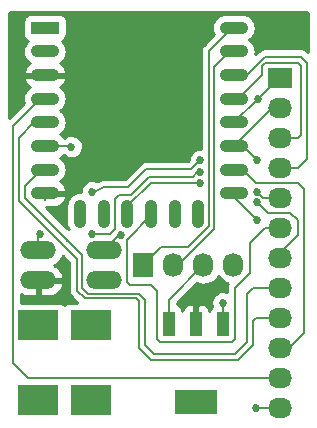
<source format=gbr>
G04 #@! TF.FileFunction,Copper,L1,Top,Signal*
%FSLAX46Y46*%
G04 Gerber Fmt 4.6, Leading zero omitted, Abs format (unit mm)*
G04 Created by KiCad (PCBNEW 4.0.2+e4-6225~38~ubuntu16.04.1-stable) date Sun 10 Jul 2016 07:48:29 PM PDT*
%MOMM*%
G01*
G04 APERTURE LIST*
%ADD10C,0.100000*%
%ADD11O,1.100000X2.400000*%
%ADD12R,2.400000X1.100000*%
%ADD13O,2.400000X1.100000*%
%ADD14R,2.032000X1.727200*%
%ADD15O,2.032000X1.727200*%
%ADD16R,3.500000X2.500000*%
%ADD17O,3.014980X1.506220*%
%ADD18R,1.727200X2.032000*%
%ADD19O,1.727200X2.032000*%
%ADD20R,3.657600X2.032000*%
%ADD21R,1.016000X2.032000*%
%ADD22C,0.685800*%
%ADD23C,0.152400*%
%ADD24C,0.254000*%
G04 APERTURE END LIST*
D10*
D11*
X151491100Y-120753600D03*
X153491100Y-120753600D03*
X155491100Y-120753600D03*
X157491100Y-120753600D03*
X159491100Y-120753600D03*
X161491100Y-120753600D03*
D12*
X148501100Y-105003600D03*
D13*
X148501100Y-107003600D03*
X148501100Y-109003600D03*
X148501100Y-111003600D03*
X148501100Y-113003600D03*
X148501100Y-115003600D03*
X148501100Y-117003600D03*
X148501100Y-119003600D03*
X164501100Y-119003600D03*
X164501100Y-117003600D03*
X164501100Y-115003600D03*
X164501100Y-113003600D03*
X164501100Y-111003600D03*
X164501100Y-109003600D03*
X164501100Y-107003600D03*
X164501100Y-105003600D03*
D14*
X168402000Y-109220000D03*
D15*
X168402000Y-111760000D03*
X168402000Y-114300000D03*
X168402000Y-116840000D03*
X168402000Y-119380000D03*
X168402000Y-121920000D03*
X168402000Y-124460000D03*
X168402000Y-127000000D03*
X168402000Y-129540000D03*
X168402000Y-132080000D03*
X168402000Y-134620000D03*
X168402000Y-137160000D03*
D16*
X152400000Y-136550000D03*
X152400000Y-130150000D03*
X147955000Y-136550000D03*
X147955000Y-130150000D03*
D17*
X153543000Y-123825000D03*
X153543000Y-126365000D03*
X147955000Y-123825000D03*
X147955000Y-126365000D03*
D18*
X156845000Y-125095000D03*
D19*
X159385000Y-125095000D03*
X161925000Y-125095000D03*
X164465000Y-125095000D03*
D20*
X161290000Y-136652000D03*
D21*
X161290000Y-130048000D03*
X159004000Y-130048000D03*
X163576000Y-130048000D03*
D22*
X166370000Y-137160000D03*
X166497000Y-121285000D03*
X163576000Y-128270000D03*
X166497000Y-116205000D03*
X161671000Y-117221000D03*
X152527000Y-122428000D03*
X148082000Y-122428000D03*
X160401000Y-128270000D03*
X149606000Y-120650000D03*
X148082000Y-128016000D03*
X161671000Y-116205000D03*
X166501850Y-111002850D03*
X152527000Y-118872000D03*
X154940000Y-122555000D03*
X161671000Y-118110000D03*
X166497000Y-118872000D03*
X166497000Y-119761000D03*
X150749000Y-115062000D03*
D23*
X168402000Y-137160000D02*
X166370000Y-137160000D01*
X164501100Y-119003600D02*
X164501100Y-119289100D01*
X164501100Y-119289100D02*
X166497000Y-121285000D01*
X164501100Y-119003600D02*
X165485600Y-119003600D01*
X164501100Y-119003600D02*
X165231600Y-119003600D01*
X164465000Y-125095000D02*
X164465000Y-124333000D01*
X163576000Y-130048000D02*
X163576000Y-128270000D01*
X154813000Y-119126000D02*
X154432000Y-119507000D01*
X154051000Y-122428000D02*
X152527000Y-122428000D01*
X154432000Y-122047000D02*
X154051000Y-122428000D01*
X154432000Y-119507000D02*
X154432000Y-122047000D01*
X166497000Y-116205000D02*
X165295600Y-115003600D01*
X161417000Y-117221000D02*
X161671000Y-117221000D01*
X161036000Y-117602000D02*
X161417000Y-117221000D01*
X157353000Y-117602000D02*
X161036000Y-117602000D01*
X155829000Y-119126000D02*
X157353000Y-117602000D01*
X154813000Y-119126000D02*
X155829000Y-119126000D01*
X165295600Y-115003600D02*
X164501100Y-115003600D01*
X147955000Y-122555000D02*
X147955000Y-123825000D01*
X148082000Y-122428000D02*
X147955000Y-122555000D01*
X164501100Y-115003600D02*
X163380400Y-115003600D01*
X168402000Y-111760000D02*
X167744700Y-111760000D01*
X167744700Y-111760000D02*
X164501100Y-115003600D01*
X147955000Y-127889000D02*
X148082000Y-128016000D01*
X147955000Y-127889000D02*
X147955000Y-126365000D01*
X148501100Y-119003600D02*
X148501100Y-119545100D01*
X148501100Y-119003600D02*
X148501100Y-119037100D01*
X154940000Y-122555000D02*
X154813000Y-122555000D01*
X155575000Y-118491000D02*
X153543000Y-118491000D01*
X157099000Y-116967000D02*
X155575000Y-118491000D01*
X160909000Y-116967000D02*
X157099000Y-116967000D01*
X161671000Y-116205000D02*
X160909000Y-116967000D01*
X152527000Y-118999000D02*
X152527000Y-118872000D01*
X153543000Y-118491000D02*
X152527000Y-118999000D01*
X154813000Y-122555000D02*
X153543000Y-123825000D01*
X168402000Y-109220000D02*
X168284700Y-109220000D01*
X168284700Y-109220000D02*
X166501850Y-111002850D01*
X166501850Y-111002850D02*
X164501100Y-113003600D01*
X167132000Y-107950000D02*
X166878000Y-108204000D01*
X169926000Y-114300000D02*
X170180000Y-114046000D01*
X170180000Y-114046000D02*
X170180000Y-108204000D01*
X170180000Y-108204000D02*
X169926000Y-107950000D01*
X169926000Y-107950000D02*
X167132000Y-107950000D01*
X168402000Y-114300000D02*
X169926000Y-114300000D01*
X166878000Y-108966000D02*
X164840400Y-111003600D01*
X166878000Y-108204000D02*
X166878000Y-108966000D01*
X164840400Y-111003600D02*
X164501100Y-111003600D01*
X170180000Y-107442000D02*
X167132000Y-107442000D01*
X167132000Y-107442000D02*
X165570400Y-109003600D01*
X165570400Y-109003600D02*
X164501100Y-109003600D01*
X168910000Y-116840000D02*
X169926000Y-116840000D01*
X169926000Y-116840000D02*
X170688000Y-116078000D01*
X170688000Y-107950000D02*
X170180000Y-107442000D01*
X170688000Y-116078000D02*
X170688000Y-107950000D01*
X168910000Y-116840000D02*
X169164000Y-116840000D01*
X165316400Y-109003600D02*
X164501100Y-109003600D01*
X165518600Y-109003600D02*
X164501100Y-109003600D01*
X168402000Y-119380000D02*
X167005000Y-119380000D01*
X157480000Y-118110000D02*
X155491100Y-120098900D01*
X161671000Y-118110000D02*
X157480000Y-118110000D01*
X167005000Y-119380000D02*
X166497000Y-118872000D01*
X155491100Y-120098900D02*
X155491100Y-120753600D01*
X168402000Y-119380000D02*
X168275000Y-119380000D01*
X155491100Y-121368900D02*
X155491100Y-120753600D01*
X155491100Y-120352900D02*
X155491100Y-119931100D01*
X157480000Y-126746000D02*
X157988000Y-127254000D01*
X155448000Y-123952000D02*
X155448000Y-122936000D01*
X155448000Y-122936000D02*
X157491100Y-120892900D01*
X157491100Y-120892900D02*
X157491100Y-120753600D01*
X158242000Y-131572000D02*
X157988000Y-131318000D01*
X157988000Y-131318000D02*
X157988000Y-127254000D01*
X165862000Y-123190000D02*
X165862000Y-125730000D01*
X165862000Y-125730000D02*
X164592000Y-127000000D01*
X164592000Y-127000000D02*
X164592000Y-131064000D01*
X164592000Y-131064000D02*
X164592000Y-131318000D01*
X164592000Y-131318000D02*
X164338000Y-131572000D01*
X164338000Y-131572000D02*
X158242000Y-131572000D01*
X168910000Y-121920000D02*
X167132000Y-121920000D01*
X167132000Y-121920000D02*
X165862000Y-123190000D01*
X155448000Y-126492000D02*
X155448000Y-123952000D01*
X155702000Y-126746000D02*
X155448000Y-126492000D01*
X157480000Y-126746000D02*
X155702000Y-126746000D01*
X169926000Y-122555000D02*
X169926000Y-121285000D01*
X169926000Y-121285000D02*
X169291000Y-120650000D01*
X169291000Y-120650000D02*
X167386000Y-120650000D01*
X167386000Y-120650000D02*
X166497000Y-119761000D01*
X168402000Y-124079000D02*
X169926000Y-122555000D01*
X150690600Y-115003600D02*
X148501100Y-115003600D01*
X150749000Y-115062000D02*
X150690600Y-115003600D01*
X168402000Y-124460000D02*
X168402000Y-124079000D01*
X149547600Y-115003600D02*
X148501100Y-115003600D01*
X156718000Y-127762000D02*
X156464000Y-127508000D01*
X151638000Y-124206000D02*
X150368000Y-122936000D01*
X151638000Y-127000000D02*
X151638000Y-124206000D01*
X152146000Y-127508000D02*
X151638000Y-127000000D01*
X156464000Y-127508000D02*
X152146000Y-127508000D01*
X150368000Y-122936000D02*
X150368000Y-123063000D01*
X148336000Y-120904000D02*
X149860000Y-122428000D01*
X148336000Y-120904000D02*
X146812000Y-119380000D01*
X146812000Y-119380000D02*
X146812000Y-118364000D01*
X146812000Y-118364000D02*
X148172400Y-117003600D01*
X150368000Y-122936000D02*
X149860000Y-122428000D01*
X158242000Y-132588000D02*
X157734000Y-132588000D01*
X157734000Y-132588000D02*
X156972000Y-131826000D01*
X156972000Y-131826000D02*
X156972000Y-128016000D01*
X156972000Y-128016000D02*
X156718000Y-127762000D01*
X150368000Y-123063000D02*
X150368000Y-122936000D01*
X167132000Y-127000000D02*
X166116000Y-127000000D01*
X168910000Y-127000000D02*
X167132000Y-127000000D01*
X164592000Y-132588000D02*
X158242000Y-132588000D01*
X165608000Y-131572000D02*
X164592000Y-132588000D01*
X165608000Y-127508000D02*
X165608000Y-131572000D01*
X166116000Y-127000000D02*
X165608000Y-127508000D01*
X148172400Y-117003600D02*
X148501100Y-117003600D01*
X156464000Y-128524000D02*
X156464000Y-128143000D01*
X151257000Y-124587000D02*
X149860000Y-123190000D01*
X151257000Y-127254000D02*
X151257000Y-124587000D01*
X151892000Y-127889000D02*
X151257000Y-127254000D01*
X156210000Y-127889000D02*
X151892000Y-127889000D01*
X156464000Y-128143000D02*
X156210000Y-127889000D01*
X158242000Y-133096000D02*
X157480000Y-133096000D01*
X166370000Y-129540000D02*
X166116000Y-129794000D01*
X166116000Y-129794000D02*
X166116000Y-131826000D01*
X166116000Y-131826000D02*
X164846000Y-133096000D01*
X164846000Y-133096000D02*
X158242000Y-133096000D01*
X168910000Y-129540000D02*
X167132000Y-129540000D01*
X167132000Y-129540000D02*
X166370000Y-129540000D01*
X146304000Y-114300000D02*
X147600400Y-113003600D01*
X149860000Y-123190000D02*
X146304000Y-119634000D01*
X146304000Y-119634000D02*
X146304000Y-114300000D01*
X156464000Y-132080000D02*
X156464000Y-128524000D01*
X157480000Y-133096000D02*
X156464000Y-132080000D01*
X147600400Y-113003600D02*
X148501100Y-113003600D01*
X168910000Y-132080000D02*
X169164000Y-132080000D01*
X169164000Y-132080000D02*
X170434000Y-130810000D01*
X166370000Y-118110000D02*
X165263600Y-117003600D01*
X169926000Y-118110000D02*
X166370000Y-118110000D01*
X170434000Y-118618000D02*
X169926000Y-118110000D01*
X170434000Y-130810000D02*
X170434000Y-118618000D01*
X165263600Y-117003600D02*
X164501100Y-117003600D01*
X165608000Y-134620000D02*
X147066000Y-134620000D01*
X145796000Y-133350000D02*
X145796000Y-133096000D01*
X147066000Y-134620000D02*
X145796000Y-133350000D01*
X168910000Y-134620000D02*
X167132000Y-134620000D01*
X167132000Y-134620000D02*
X165608000Y-134620000D01*
X145796000Y-113284000D02*
X148076400Y-111003600D01*
X145796000Y-133096000D02*
X145796000Y-113284000D01*
X148076400Y-111003600D02*
X148501100Y-111003600D01*
X158369000Y-123571000D02*
X156845000Y-125095000D01*
X164501100Y-105003600D02*
X164363400Y-105003600D01*
X164363400Y-105003600D02*
X162433000Y-106934000D01*
X162433000Y-106934000D02*
X162433000Y-121793000D01*
X162433000Y-121793000D02*
X160655000Y-123571000D01*
X160655000Y-123571000D02*
X158369000Y-123571000D01*
X156845000Y-125095000D02*
X157353000Y-125095000D01*
X162814000Y-119380000D02*
X162814000Y-122047000D01*
X164501100Y-107003600D02*
X164141400Y-107003600D01*
X164141400Y-107003600D02*
X162814000Y-108331000D01*
X162814000Y-108331000D02*
X162814000Y-119380000D01*
X162814000Y-122047000D02*
X159766000Y-125095000D01*
X159766000Y-125095000D02*
X159385000Y-125095000D01*
X159004000Y-130048000D02*
X159004000Y-128016000D01*
X159004000Y-128016000D02*
X161925000Y-125095000D01*
D24*
G36*
X163216784Y-126084701D02*
X163401637Y-126311353D01*
X163626994Y-126497784D01*
X163884269Y-126636892D01*
X163969416Y-126663249D01*
X163938311Y-126719829D01*
X163937181Y-126723392D01*
X163935413Y-126726689D01*
X163916208Y-126789504D01*
X163896341Y-126852133D01*
X163895924Y-126855851D01*
X163894831Y-126859426D01*
X163888193Y-126924772D01*
X163880869Y-126990070D01*
X163880818Y-126997377D01*
X163880804Y-126997517D01*
X163880816Y-126997648D01*
X163880800Y-127000000D01*
X163880800Y-127337294D01*
X163866572Y-127331313D01*
X163678713Y-127292751D01*
X163486942Y-127291412D01*
X163298562Y-127327347D01*
X163120750Y-127399188D01*
X162960279Y-127504198D01*
X162823260Y-127638376D01*
X162714913Y-127796613D01*
X162639364Y-127972882D01*
X162599492Y-128160467D01*
X162596814Y-128352225D01*
X162631433Y-128540850D01*
X162639404Y-128560983D01*
X162528975Y-128690550D01*
X162455190Y-128854237D01*
X162433000Y-129010383D01*
X162433000Y-128969458D01*
X162408597Y-128846777D01*
X162360730Y-128731215D01*
X162291237Y-128627211D01*
X162202789Y-128538763D01*
X162098785Y-128469270D01*
X161983223Y-128421403D01*
X161860542Y-128397000D01*
X161575750Y-128397000D01*
X161417000Y-128555750D01*
X161417000Y-129921000D01*
X161437000Y-129921000D01*
X161437000Y-130175000D01*
X161417000Y-130175000D01*
X161417000Y-130195000D01*
X161163000Y-130195000D01*
X161163000Y-130175000D01*
X161143000Y-130175000D01*
X161143000Y-129921000D01*
X161163000Y-129921000D01*
X161163000Y-128555750D01*
X161004250Y-128397000D01*
X160719458Y-128397000D01*
X160596777Y-128421403D01*
X160481215Y-128469270D01*
X160377211Y-128538763D01*
X160288763Y-128627211D01*
X160219270Y-128731215D01*
X160171403Y-128846777D01*
X160147000Y-128969458D01*
X160147000Y-128993478D01*
X160142008Y-128930879D01*
X160088894Y-128759366D01*
X159990100Y-128609441D01*
X159853450Y-128492975D01*
X159715200Y-128430656D01*
X159715200Y-128310588D01*
X161378347Y-126647441D01*
X161623665Y-126723379D01*
X161914538Y-126753951D01*
X162205810Y-126727444D01*
X162486385Y-126644866D01*
X162745578Y-126509363D01*
X162973515Y-126326097D01*
X163161515Y-126102048D01*
X163194299Y-126042413D01*
X163216784Y-126084701D01*
X163216784Y-126084701D01*
G37*
X163216784Y-126084701D02*
X163401637Y-126311353D01*
X163626994Y-126497784D01*
X163884269Y-126636892D01*
X163969416Y-126663249D01*
X163938311Y-126719829D01*
X163937181Y-126723392D01*
X163935413Y-126726689D01*
X163916208Y-126789504D01*
X163896341Y-126852133D01*
X163895924Y-126855851D01*
X163894831Y-126859426D01*
X163888193Y-126924772D01*
X163880869Y-126990070D01*
X163880818Y-126997377D01*
X163880804Y-126997517D01*
X163880816Y-126997648D01*
X163880800Y-127000000D01*
X163880800Y-127337294D01*
X163866572Y-127331313D01*
X163678713Y-127292751D01*
X163486942Y-127291412D01*
X163298562Y-127327347D01*
X163120750Y-127399188D01*
X162960279Y-127504198D01*
X162823260Y-127638376D01*
X162714913Y-127796613D01*
X162639364Y-127972882D01*
X162599492Y-128160467D01*
X162596814Y-128352225D01*
X162631433Y-128540850D01*
X162639404Y-128560983D01*
X162528975Y-128690550D01*
X162455190Y-128854237D01*
X162433000Y-129010383D01*
X162433000Y-128969458D01*
X162408597Y-128846777D01*
X162360730Y-128731215D01*
X162291237Y-128627211D01*
X162202789Y-128538763D01*
X162098785Y-128469270D01*
X161983223Y-128421403D01*
X161860542Y-128397000D01*
X161575750Y-128397000D01*
X161417000Y-128555750D01*
X161417000Y-129921000D01*
X161437000Y-129921000D01*
X161437000Y-130175000D01*
X161417000Y-130175000D01*
X161417000Y-130195000D01*
X161163000Y-130195000D01*
X161163000Y-130175000D01*
X161143000Y-130175000D01*
X161143000Y-129921000D01*
X161163000Y-129921000D01*
X161163000Y-128555750D01*
X161004250Y-128397000D01*
X160719458Y-128397000D01*
X160596777Y-128421403D01*
X160481215Y-128469270D01*
X160377211Y-128538763D01*
X160288763Y-128627211D01*
X160219270Y-128731215D01*
X160171403Y-128846777D01*
X160147000Y-128969458D01*
X160147000Y-128993478D01*
X160142008Y-128930879D01*
X160088894Y-128759366D01*
X159990100Y-128609441D01*
X159853450Y-128492975D01*
X159715200Y-128430656D01*
X159715200Y-128310588D01*
X161378347Y-126647441D01*
X161623665Y-126723379D01*
X161914538Y-126753951D01*
X162205810Y-126727444D01*
X162486385Y-126644866D01*
X162745578Y-126509363D01*
X162973515Y-126326097D01*
X163161515Y-126102048D01*
X163194299Y-126042413D01*
X163216784Y-126084701D01*
G36*
X150545800Y-124881589D02*
X150545800Y-127254000D01*
X150552207Y-127319346D01*
X150557936Y-127384826D01*
X150558980Y-127388421D01*
X150559345Y-127392139D01*
X150578321Y-127454990D01*
X150596661Y-127518117D01*
X150598382Y-127521438D01*
X150599463Y-127525017D01*
X150630299Y-127583012D01*
X150660537Y-127641347D01*
X150662870Y-127644270D01*
X150664626Y-127647572D01*
X150706151Y-127698487D01*
X150747133Y-127749824D01*
X150752262Y-127755024D01*
X150752353Y-127755136D01*
X150752457Y-127755222D01*
X150754106Y-127756894D01*
X151259139Y-128261928D01*
X150650000Y-128261928D01*
X150548879Y-128269992D01*
X150377366Y-128323106D01*
X150227441Y-128421900D01*
X150181364Y-128475962D01*
X150046450Y-128360975D01*
X149882763Y-128287190D01*
X149705000Y-128261928D01*
X146507200Y-128261928D01*
X146507200Y-127569305D01*
X146552080Y-127598845D01*
X146805253Y-127701661D01*
X147073620Y-127753110D01*
X147828000Y-127753110D01*
X147828000Y-126492000D01*
X148082000Y-126492000D01*
X148082000Y-127753110D01*
X148836380Y-127753110D01*
X149104747Y-127701661D01*
X149357920Y-127598845D01*
X149586170Y-127448613D01*
X149780725Y-127256738D01*
X149934109Y-127030594D01*
X150040427Y-126778872D01*
X150054783Y-126706674D01*
X149932162Y-126492000D01*
X148082000Y-126492000D01*
X147828000Y-126492000D01*
X147808000Y-126492000D01*
X147808000Y-126238000D01*
X147828000Y-126238000D01*
X147828000Y-126218000D01*
X148082000Y-126218000D01*
X148082000Y-126238000D01*
X149932162Y-126238000D01*
X150054783Y-126023326D01*
X150040427Y-125951128D01*
X149934109Y-125699406D01*
X149780725Y-125473262D01*
X149586170Y-125281387D01*
X149357920Y-125131155D01*
X149271711Y-125096145D01*
X149487915Y-124981186D01*
X149697857Y-124809962D01*
X149870542Y-124601221D01*
X149999394Y-124362914D01*
X150005949Y-124341738D01*
X150545800Y-124881589D01*
X150545800Y-124881589D01*
G37*
X150545800Y-124881589D02*
X150545800Y-127254000D01*
X150552207Y-127319346D01*
X150557936Y-127384826D01*
X150558980Y-127388421D01*
X150559345Y-127392139D01*
X150578321Y-127454990D01*
X150596661Y-127518117D01*
X150598382Y-127521438D01*
X150599463Y-127525017D01*
X150630299Y-127583012D01*
X150660537Y-127641347D01*
X150662870Y-127644270D01*
X150664626Y-127647572D01*
X150706151Y-127698487D01*
X150747133Y-127749824D01*
X150752262Y-127755024D01*
X150752353Y-127755136D01*
X150752457Y-127755222D01*
X150754106Y-127756894D01*
X151259139Y-128261928D01*
X150650000Y-128261928D01*
X150548879Y-128269992D01*
X150377366Y-128323106D01*
X150227441Y-128421900D01*
X150181364Y-128475962D01*
X150046450Y-128360975D01*
X149882763Y-128287190D01*
X149705000Y-128261928D01*
X146507200Y-128261928D01*
X146507200Y-127569305D01*
X146552080Y-127598845D01*
X146805253Y-127701661D01*
X147073620Y-127753110D01*
X147828000Y-127753110D01*
X147828000Y-126492000D01*
X148082000Y-126492000D01*
X148082000Y-127753110D01*
X148836380Y-127753110D01*
X149104747Y-127701661D01*
X149357920Y-127598845D01*
X149586170Y-127448613D01*
X149780725Y-127256738D01*
X149934109Y-127030594D01*
X150040427Y-126778872D01*
X150054783Y-126706674D01*
X149932162Y-126492000D01*
X148082000Y-126492000D01*
X147828000Y-126492000D01*
X147808000Y-126492000D01*
X147808000Y-126238000D01*
X147828000Y-126238000D01*
X147828000Y-126218000D01*
X148082000Y-126218000D01*
X148082000Y-126238000D01*
X149932162Y-126238000D01*
X150054783Y-126023326D01*
X150040427Y-125951128D01*
X149934109Y-125699406D01*
X149780725Y-125473262D01*
X149586170Y-125281387D01*
X149357920Y-125131155D01*
X149271711Y-125096145D01*
X149487915Y-124981186D01*
X149697857Y-124809962D01*
X149870542Y-124601221D01*
X149999394Y-124362914D01*
X150005949Y-124341738D01*
X150545800Y-124881589D01*
G36*
X170693028Y-103667381D02*
X170707714Y-103699961D01*
X170730895Y-103727160D01*
X170760736Y-103746823D01*
X170765000Y-103748144D01*
X170765000Y-107021212D01*
X170682894Y-106939106D01*
X170632172Y-106897442D01*
X170581805Y-106855179D01*
X170578526Y-106853377D01*
X170575638Y-106851004D01*
X170517742Y-106819960D01*
X170460171Y-106788311D01*
X170456608Y-106787181D01*
X170453311Y-106785413D01*
X170390496Y-106766208D01*
X170327867Y-106746341D01*
X170324149Y-106745924D01*
X170320574Y-106744831D01*
X170255228Y-106738193D01*
X170189930Y-106730869D01*
X170182623Y-106730818D01*
X170182483Y-106730804D01*
X170182352Y-106730816D01*
X170180000Y-106730800D01*
X167132000Y-106730800D01*
X167066654Y-106737207D01*
X167001174Y-106742936D01*
X166997579Y-106743980D01*
X166993861Y-106744345D01*
X166931010Y-106763321D01*
X166867883Y-106781661D01*
X166864562Y-106783382D01*
X166860983Y-106784463D01*
X166802988Y-106815299D01*
X166744653Y-106845537D01*
X166741730Y-106847870D01*
X166738428Y-106849626D01*
X166687513Y-106891151D01*
X166636176Y-106932133D01*
X166630976Y-106937262D01*
X166630864Y-106937353D01*
X166630778Y-106937457D01*
X166629106Y-106939106D01*
X166318284Y-107249928D01*
X166320776Y-107241877D01*
X166344950Y-107011873D01*
X166323989Y-106781553D01*
X166258692Y-106559691D01*
X166151545Y-106354738D01*
X166006629Y-106174499D01*
X165829465Y-106025841D01*
X165790146Y-106004225D01*
X165815748Y-105990612D01*
X165994971Y-105844441D01*
X166142389Y-105666244D01*
X166252387Y-105462806D01*
X166320776Y-105241877D01*
X166344950Y-105011873D01*
X166323989Y-104781553D01*
X166258692Y-104559691D01*
X166151545Y-104354738D01*
X166006629Y-104174499D01*
X165829465Y-104025841D01*
X165626800Y-103914425D01*
X165406354Y-103844495D01*
X165176524Y-103818716D01*
X165159979Y-103818600D01*
X163842221Y-103818600D01*
X163612053Y-103841168D01*
X163390653Y-103908013D01*
X163186452Y-104016588D01*
X163007229Y-104162759D01*
X162859811Y-104340956D01*
X162749813Y-104544394D01*
X162681424Y-104765323D01*
X162657250Y-104995327D01*
X162678211Y-105225647D01*
X162743508Y-105447509D01*
X162801938Y-105559274D01*
X161930106Y-106431106D01*
X161888442Y-106481828D01*
X161846179Y-106532195D01*
X161844377Y-106535474D01*
X161842004Y-106538362D01*
X161810960Y-106596258D01*
X161779311Y-106653829D01*
X161778181Y-106657392D01*
X161776413Y-106660689D01*
X161757208Y-106723504D01*
X161737341Y-106786133D01*
X161736924Y-106789851D01*
X161735831Y-106793426D01*
X161729193Y-106858772D01*
X161721869Y-106924070D01*
X161721818Y-106931377D01*
X161721804Y-106931517D01*
X161721816Y-106931648D01*
X161721800Y-106934000D01*
X161721800Y-115227389D01*
X161581942Y-115226412D01*
X161393562Y-115262347D01*
X161215750Y-115334188D01*
X161055279Y-115439198D01*
X160918260Y-115573376D01*
X160809913Y-115731613D01*
X160734364Y-115907882D01*
X160694492Y-116095467D01*
X160693355Y-116176856D01*
X160614412Y-116255800D01*
X157099000Y-116255800D01*
X157033654Y-116262207D01*
X156968174Y-116267936D01*
X156964579Y-116268980D01*
X156960861Y-116269345D01*
X156897963Y-116288335D01*
X156834883Y-116306662D01*
X156831566Y-116308381D01*
X156827983Y-116309463D01*
X156769973Y-116340307D01*
X156711652Y-116370537D01*
X156708727Y-116372872D01*
X156705428Y-116374626D01*
X156654535Y-116416134D01*
X156603176Y-116457133D01*
X156597972Y-116462265D01*
X156597864Y-116462353D01*
X156597781Y-116462453D01*
X156596105Y-116464106D01*
X155280412Y-117779800D01*
X153543000Y-117779800D01*
X153522172Y-117781842D01*
X153501254Y-117781026D01*
X153453226Y-117788603D01*
X153404861Y-117793345D01*
X153384831Y-117799392D01*
X153364149Y-117802655D01*
X153318505Y-117819417D01*
X153271983Y-117833463D01*
X153253505Y-117843288D01*
X153233855Y-117850504D01*
X153224942Y-117854883D01*
X152953666Y-117990521D01*
X152817572Y-117933313D01*
X152629713Y-117894751D01*
X152437942Y-117893412D01*
X152249562Y-117929347D01*
X152071750Y-118001188D01*
X151911279Y-118106198D01*
X151774260Y-118240376D01*
X151665913Y-118398613D01*
X151590364Y-118574882D01*
X151550492Y-118762467D01*
X151548363Y-118914899D01*
X151499373Y-118909750D01*
X151269053Y-118930711D01*
X151047191Y-118996008D01*
X150842238Y-119103155D01*
X150661999Y-119248071D01*
X150513341Y-119425235D01*
X150401925Y-119627900D01*
X150331995Y-119848346D01*
X150306216Y-120078176D01*
X150306100Y-120094721D01*
X150306100Y-121412479D01*
X150328668Y-121642647D01*
X150395513Y-121864047D01*
X150501876Y-122064088D01*
X150362965Y-121925177D01*
X150362894Y-121925105D01*
X148838965Y-120401177D01*
X148838894Y-120401105D01*
X148626389Y-120188600D01*
X149278100Y-120188600D01*
X149506842Y-120141054D01*
X149721913Y-120049796D01*
X149915048Y-119918334D01*
X150078825Y-119751719D01*
X150206950Y-119556354D01*
X150294499Y-119339747D01*
X150294903Y-119313344D01*
X150169461Y-119130600D01*
X148628100Y-119130600D01*
X148628100Y-119150600D01*
X148374100Y-119150600D01*
X148374100Y-119130600D01*
X148354100Y-119130600D01*
X148354100Y-118876600D01*
X148374100Y-118876600D01*
X148374100Y-118856600D01*
X148628100Y-118856600D01*
X148628100Y-118876600D01*
X150169461Y-118876600D01*
X150294903Y-118693856D01*
X150294499Y-118667453D01*
X150206950Y-118450846D01*
X150078825Y-118255481D01*
X149915048Y-118088866D01*
X149790456Y-118004060D01*
X149815748Y-117990612D01*
X149994971Y-117844441D01*
X150142389Y-117666244D01*
X150252387Y-117462806D01*
X150320776Y-117241877D01*
X150344950Y-117011873D01*
X150323989Y-116781553D01*
X150258692Y-116559691D01*
X150151545Y-116354738D01*
X150006629Y-116174499D01*
X149829465Y-116025841D01*
X149790146Y-116004225D01*
X149815748Y-115990612D01*
X149994971Y-115844441D01*
X150064238Y-115760712D01*
X150112137Y-115810312D01*
X150269613Y-115919761D01*
X150445350Y-115996539D01*
X150632652Y-116037720D01*
X150824387Y-116041736D01*
X151013249Y-116008434D01*
X151192047Y-115939083D01*
X151353969Y-115836325D01*
X151492848Y-115704072D01*
X151603394Y-115547363D01*
X151681396Y-115372167D01*
X151723884Y-115185156D01*
X151726942Y-114966112D01*
X151689693Y-114777988D01*
X151616613Y-114600682D01*
X151510485Y-114440948D01*
X151375353Y-114304869D01*
X151216364Y-114197629D01*
X151039572Y-114123313D01*
X150851713Y-114084751D01*
X150659942Y-114083412D01*
X150471562Y-114119347D01*
X150293750Y-114191188D01*
X150139083Y-114292400D01*
X150101424Y-114292400D01*
X150006629Y-114174499D01*
X149829465Y-114025841D01*
X149790146Y-114004225D01*
X149815748Y-113990612D01*
X149994971Y-113844441D01*
X150142389Y-113666244D01*
X150252387Y-113462806D01*
X150320776Y-113241877D01*
X150344950Y-113011873D01*
X150323989Y-112781553D01*
X150258692Y-112559691D01*
X150151545Y-112354738D01*
X150006629Y-112174499D01*
X149829465Y-112025841D01*
X149790146Y-112004225D01*
X149815748Y-111990612D01*
X149994971Y-111844441D01*
X150142389Y-111666244D01*
X150252387Y-111462806D01*
X150320776Y-111241877D01*
X150344950Y-111011873D01*
X150323989Y-110781553D01*
X150258692Y-110559691D01*
X150151545Y-110354738D01*
X150006629Y-110174499D01*
X149829465Y-110025841D01*
X149789436Y-110003835D01*
X149915048Y-109918334D01*
X150078825Y-109751719D01*
X150206950Y-109556354D01*
X150294499Y-109339747D01*
X150294903Y-109313344D01*
X150169461Y-109130600D01*
X148628100Y-109130600D01*
X148628100Y-109150600D01*
X148374100Y-109150600D01*
X148374100Y-109130600D01*
X146832739Y-109130600D01*
X146707297Y-109313344D01*
X146707701Y-109339747D01*
X146795250Y-109556354D01*
X146923375Y-109751719D01*
X147087152Y-109918334D01*
X147211744Y-110003140D01*
X147186452Y-110016588D01*
X147007229Y-110162759D01*
X146859811Y-110340956D01*
X146749813Y-110544394D01*
X146681424Y-110765323D01*
X146657250Y-110995327D01*
X146678211Y-111225647D01*
X146716948Y-111357264D01*
X145465000Y-112609212D01*
X145465000Y-106995327D01*
X146657250Y-106995327D01*
X146678211Y-107225647D01*
X146743508Y-107447509D01*
X146850655Y-107652462D01*
X146995571Y-107832701D01*
X147172735Y-107981359D01*
X147212764Y-108003365D01*
X147087152Y-108088866D01*
X146923375Y-108255481D01*
X146795250Y-108450846D01*
X146707701Y-108667453D01*
X146707297Y-108693856D01*
X146832739Y-108876600D01*
X148374100Y-108876600D01*
X148374100Y-108856600D01*
X148628100Y-108856600D01*
X148628100Y-108876600D01*
X150169461Y-108876600D01*
X150294903Y-108693856D01*
X150294499Y-108667453D01*
X150206950Y-108450846D01*
X150078825Y-108255481D01*
X149915048Y-108088866D01*
X149790456Y-108004060D01*
X149815748Y-107990612D01*
X149994971Y-107844441D01*
X150142389Y-107666244D01*
X150252387Y-107462806D01*
X150320776Y-107241877D01*
X150344950Y-107011873D01*
X150323989Y-106781553D01*
X150258692Y-106559691D01*
X150151545Y-106354738D01*
X150006629Y-106174499D01*
X149959455Y-106134916D01*
X149973734Y-106130494D01*
X150123659Y-106031700D01*
X150240125Y-105895050D01*
X150313910Y-105731363D01*
X150339172Y-105553600D01*
X150339172Y-104453600D01*
X150331108Y-104352479D01*
X150277994Y-104180966D01*
X150179200Y-104031041D01*
X150042550Y-103914575D01*
X149878863Y-103840790D01*
X149701100Y-103815528D01*
X147301100Y-103815528D01*
X147199979Y-103823592D01*
X147028466Y-103876706D01*
X146878541Y-103975500D01*
X146762075Y-104112150D01*
X146688290Y-104275837D01*
X146663028Y-104453600D01*
X146663028Y-105553600D01*
X146671092Y-105654721D01*
X146724206Y-105826234D01*
X146823000Y-105976159D01*
X146959650Y-106092625D01*
X147045676Y-106131403D01*
X147007229Y-106162759D01*
X146859811Y-106340956D01*
X146749813Y-106544394D01*
X146681424Y-106765323D01*
X146657250Y-106995327D01*
X145465000Y-106995327D01*
X145465000Y-103747382D01*
X145482961Y-103739286D01*
X145510160Y-103716105D01*
X145529823Y-103686264D01*
X145540395Y-103652127D01*
X145542000Y-103632000D01*
X170688000Y-103632000D01*
X170693028Y-103667381D01*
X170693028Y-103667381D01*
G37*
X170693028Y-103667381D02*
X170707714Y-103699961D01*
X170730895Y-103727160D01*
X170760736Y-103746823D01*
X170765000Y-103748144D01*
X170765000Y-107021212D01*
X170682894Y-106939106D01*
X170632172Y-106897442D01*
X170581805Y-106855179D01*
X170578526Y-106853377D01*
X170575638Y-106851004D01*
X170517742Y-106819960D01*
X170460171Y-106788311D01*
X170456608Y-106787181D01*
X170453311Y-106785413D01*
X170390496Y-106766208D01*
X170327867Y-106746341D01*
X170324149Y-106745924D01*
X170320574Y-106744831D01*
X170255228Y-106738193D01*
X170189930Y-106730869D01*
X170182623Y-106730818D01*
X170182483Y-106730804D01*
X170182352Y-106730816D01*
X170180000Y-106730800D01*
X167132000Y-106730800D01*
X167066654Y-106737207D01*
X167001174Y-106742936D01*
X166997579Y-106743980D01*
X166993861Y-106744345D01*
X166931010Y-106763321D01*
X166867883Y-106781661D01*
X166864562Y-106783382D01*
X166860983Y-106784463D01*
X166802988Y-106815299D01*
X166744653Y-106845537D01*
X166741730Y-106847870D01*
X166738428Y-106849626D01*
X166687513Y-106891151D01*
X166636176Y-106932133D01*
X166630976Y-106937262D01*
X166630864Y-106937353D01*
X166630778Y-106937457D01*
X166629106Y-106939106D01*
X166318284Y-107249928D01*
X166320776Y-107241877D01*
X166344950Y-107011873D01*
X166323989Y-106781553D01*
X166258692Y-106559691D01*
X166151545Y-106354738D01*
X166006629Y-106174499D01*
X165829465Y-106025841D01*
X165790146Y-106004225D01*
X165815748Y-105990612D01*
X165994971Y-105844441D01*
X166142389Y-105666244D01*
X166252387Y-105462806D01*
X166320776Y-105241877D01*
X166344950Y-105011873D01*
X166323989Y-104781553D01*
X166258692Y-104559691D01*
X166151545Y-104354738D01*
X166006629Y-104174499D01*
X165829465Y-104025841D01*
X165626800Y-103914425D01*
X165406354Y-103844495D01*
X165176524Y-103818716D01*
X165159979Y-103818600D01*
X163842221Y-103818600D01*
X163612053Y-103841168D01*
X163390653Y-103908013D01*
X163186452Y-104016588D01*
X163007229Y-104162759D01*
X162859811Y-104340956D01*
X162749813Y-104544394D01*
X162681424Y-104765323D01*
X162657250Y-104995327D01*
X162678211Y-105225647D01*
X162743508Y-105447509D01*
X162801938Y-105559274D01*
X161930106Y-106431106D01*
X161888442Y-106481828D01*
X161846179Y-106532195D01*
X161844377Y-106535474D01*
X161842004Y-106538362D01*
X161810960Y-106596258D01*
X161779311Y-106653829D01*
X161778181Y-106657392D01*
X161776413Y-106660689D01*
X161757208Y-106723504D01*
X161737341Y-106786133D01*
X161736924Y-106789851D01*
X161735831Y-106793426D01*
X161729193Y-106858772D01*
X161721869Y-106924070D01*
X161721818Y-106931377D01*
X161721804Y-106931517D01*
X161721816Y-106931648D01*
X161721800Y-106934000D01*
X161721800Y-115227389D01*
X161581942Y-115226412D01*
X161393562Y-115262347D01*
X161215750Y-115334188D01*
X161055279Y-115439198D01*
X160918260Y-115573376D01*
X160809913Y-115731613D01*
X160734364Y-115907882D01*
X160694492Y-116095467D01*
X160693355Y-116176856D01*
X160614412Y-116255800D01*
X157099000Y-116255800D01*
X157033654Y-116262207D01*
X156968174Y-116267936D01*
X156964579Y-116268980D01*
X156960861Y-116269345D01*
X156897963Y-116288335D01*
X156834883Y-116306662D01*
X156831566Y-116308381D01*
X156827983Y-116309463D01*
X156769973Y-116340307D01*
X156711652Y-116370537D01*
X156708727Y-116372872D01*
X156705428Y-116374626D01*
X156654535Y-116416134D01*
X156603176Y-116457133D01*
X156597972Y-116462265D01*
X156597864Y-116462353D01*
X156597781Y-116462453D01*
X156596105Y-116464106D01*
X155280412Y-117779800D01*
X153543000Y-117779800D01*
X153522172Y-117781842D01*
X153501254Y-117781026D01*
X153453226Y-117788603D01*
X153404861Y-117793345D01*
X153384831Y-117799392D01*
X153364149Y-117802655D01*
X153318505Y-117819417D01*
X153271983Y-117833463D01*
X153253505Y-117843288D01*
X153233855Y-117850504D01*
X153224942Y-117854883D01*
X152953666Y-117990521D01*
X152817572Y-117933313D01*
X152629713Y-117894751D01*
X152437942Y-117893412D01*
X152249562Y-117929347D01*
X152071750Y-118001188D01*
X151911279Y-118106198D01*
X151774260Y-118240376D01*
X151665913Y-118398613D01*
X151590364Y-118574882D01*
X151550492Y-118762467D01*
X151548363Y-118914899D01*
X151499373Y-118909750D01*
X151269053Y-118930711D01*
X151047191Y-118996008D01*
X150842238Y-119103155D01*
X150661999Y-119248071D01*
X150513341Y-119425235D01*
X150401925Y-119627900D01*
X150331995Y-119848346D01*
X150306216Y-120078176D01*
X150306100Y-120094721D01*
X150306100Y-121412479D01*
X150328668Y-121642647D01*
X150395513Y-121864047D01*
X150501876Y-122064088D01*
X150362965Y-121925177D01*
X150362894Y-121925105D01*
X148838965Y-120401177D01*
X148838894Y-120401105D01*
X148626389Y-120188600D01*
X149278100Y-120188600D01*
X149506842Y-120141054D01*
X149721913Y-120049796D01*
X149915048Y-119918334D01*
X150078825Y-119751719D01*
X150206950Y-119556354D01*
X150294499Y-119339747D01*
X150294903Y-119313344D01*
X150169461Y-119130600D01*
X148628100Y-119130600D01*
X148628100Y-119150600D01*
X148374100Y-119150600D01*
X148374100Y-119130600D01*
X148354100Y-119130600D01*
X148354100Y-118876600D01*
X148374100Y-118876600D01*
X148374100Y-118856600D01*
X148628100Y-118856600D01*
X148628100Y-118876600D01*
X150169461Y-118876600D01*
X150294903Y-118693856D01*
X150294499Y-118667453D01*
X150206950Y-118450846D01*
X150078825Y-118255481D01*
X149915048Y-118088866D01*
X149790456Y-118004060D01*
X149815748Y-117990612D01*
X149994971Y-117844441D01*
X150142389Y-117666244D01*
X150252387Y-117462806D01*
X150320776Y-117241877D01*
X150344950Y-117011873D01*
X150323989Y-116781553D01*
X150258692Y-116559691D01*
X150151545Y-116354738D01*
X150006629Y-116174499D01*
X149829465Y-116025841D01*
X149790146Y-116004225D01*
X149815748Y-115990612D01*
X149994971Y-115844441D01*
X150064238Y-115760712D01*
X150112137Y-115810312D01*
X150269613Y-115919761D01*
X150445350Y-115996539D01*
X150632652Y-116037720D01*
X150824387Y-116041736D01*
X151013249Y-116008434D01*
X151192047Y-115939083D01*
X151353969Y-115836325D01*
X151492848Y-115704072D01*
X151603394Y-115547363D01*
X151681396Y-115372167D01*
X151723884Y-115185156D01*
X151726942Y-114966112D01*
X151689693Y-114777988D01*
X151616613Y-114600682D01*
X151510485Y-114440948D01*
X151375353Y-114304869D01*
X151216364Y-114197629D01*
X151039572Y-114123313D01*
X150851713Y-114084751D01*
X150659942Y-114083412D01*
X150471562Y-114119347D01*
X150293750Y-114191188D01*
X150139083Y-114292400D01*
X150101424Y-114292400D01*
X150006629Y-114174499D01*
X149829465Y-114025841D01*
X149790146Y-114004225D01*
X149815748Y-113990612D01*
X149994971Y-113844441D01*
X150142389Y-113666244D01*
X150252387Y-113462806D01*
X150320776Y-113241877D01*
X150344950Y-113011873D01*
X150323989Y-112781553D01*
X150258692Y-112559691D01*
X150151545Y-112354738D01*
X150006629Y-112174499D01*
X149829465Y-112025841D01*
X149790146Y-112004225D01*
X149815748Y-111990612D01*
X149994971Y-111844441D01*
X150142389Y-111666244D01*
X150252387Y-111462806D01*
X150320776Y-111241877D01*
X150344950Y-111011873D01*
X150323989Y-110781553D01*
X150258692Y-110559691D01*
X150151545Y-110354738D01*
X150006629Y-110174499D01*
X149829465Y-110025841D01*
X149789436Y-110003835D01*
X149915048Y-109918334D01*
X150078825Y-109751719D01*
X150206950Y-109556354D01*
X150294499Y-109339747D01*
X150294903Y-109313344D01*
X150169461Y-109130600D01*
X148628100Y-109130600D01*
X148628100Y-109150600D01*
X148374100Y-109150600D01*
X148374100Y-109130600D01*
X146832739Y-109130600D01*
X146707297Y-109313344D01*
X146707701Y-109339747D01*
X146795250Y-109556354D01*
X146923375Y-109751719D01*
X147087152Y-109918334D01*
X147211744Y-110003140D01*
X147186452Y-110016588D01*
X147007229Y-110162759D01*
X146859811Y-110340956D01*
X146749813Y-110544394D01*
X146681424Y-110765323D01*
X146657250Y-110995327D01*
X146678211Y-111225647D01*
X146716948Y-111357264D01*
X145465000Y-112609212D01*
X145465000Y-106995327D01*
X146657250Y-106995327D01*
X146678211Y-107225647D01*
X146743508Y-107447509D01*
X146850655Y-107652462D01*
X146995571Y-107832701D01*
X147172735Y-107981359D01*
X147212764Y-108003365D01*
X147087152Y-108088866D01*
X146923375Y-108255481D01*
X146795250Y-108450846D01*
X146707701Y-108667453D01*
X146707297Y-108693856D01*
X146832739Y-108876600D01*
X148374100Y-108876600D01*
X148374100Y-108856600D01*
X148628100Y-108856600D01*
X148628100Y-108876600D01*
X150169461Y-108876600D01*
X150294903Y-108693856D01*
X150294499Y-108667453D01*
X150206950Y-108450846D01*
X150078825Y-108255481D01*
X149915048Y-108088866D01*
X149790456Y-108004060D01*
X149815748Y-107990612D01*
X149994971Y-107844441D01*
X150142389Y-107666244D01*
X150252387Y-107462806D01*
X150320776Y-107241877D01*
X150344950Y-107011873D01*
X150323989Y-106781553D01*
X150258692Y-106559691D01*
X150151545Y-106354738D01*
X150006629Y-106174499D01*
X149959455Y-106134916D01*
X149973734Y-106130494D01*
X150123659Y-106031700D01*
X150240125Y-105895050D01*
X150313910Y-105731363D01*
X150339172Y-105553600D01*
X150339172Y-104453600D01*
X150331108Y-104352479D01*
X150277994Y-104180966D01*
X150179200Y-104031041D01*
X150042550Y-103914575D01*
X149878863Y-103840790D01*
X149701100Y-103815528D01*
X147301100Y-103815528D01*
X147199979Y-103823592D01*
X147028466Y-103876706D01*
X146878541Y-103975500D01*
X146762075Y-104112150D01*
X146688290Y-104275837D01*
X146663028Y-104453600D01*
X146663028Y-105553600D01*
X146671092Y-105654721D01*
X146724206Y-105826234D01*
X146823000Y-105976159D01*
X146959650Y-106092625D01*
X147045676Y-106131403D01*
X147007229Y-106162759D01*
X146859811Y-106340956D01*
X146749813Y-106544394D01*
X146681424Y-106765323D01*
X146657250Y-106995327D01*
X145465000Y-106995327D01*
X145465000Y-103747382D01*
X145482961Y-103739286D01*
X145510160Y-103716105D01*
X145529823Y-103686264D01*
X145540395Y-103652127D01*
X145542000Y-103632000D01*
X170688000Y-103632000D01*
X170693028Y-103667381D01*
M02*

</source>
